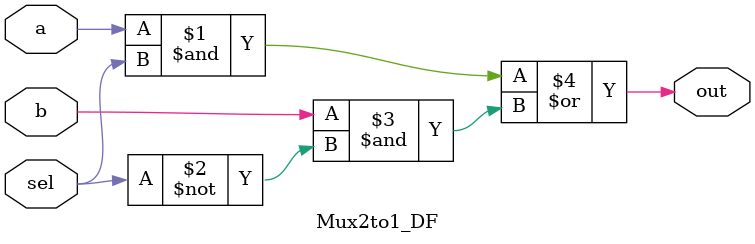
<source format=v>
`timescale 1ns / 1ps


module Mux2to1_DF(        
    input a,b,sel,
    output out
    );
    assign out = (a&sel) |(b&(~sel));    //out = sel ? a : b;     
endmodule

</source>
